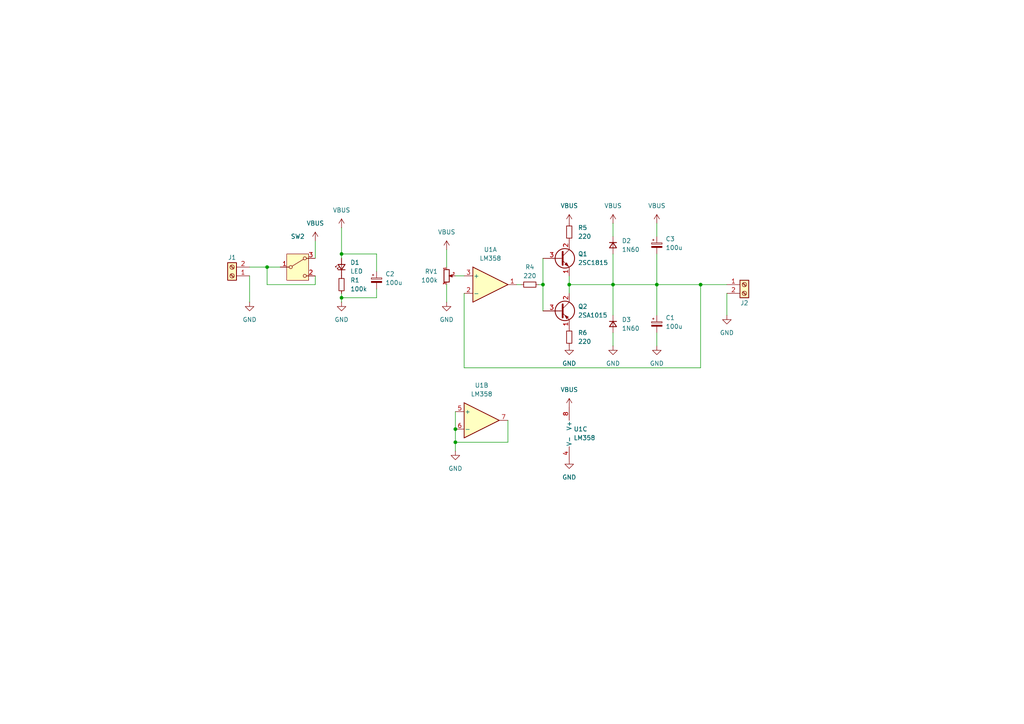
<source format=kicad_sch>
(kicad_sch (version 20250114) (generator "eeschema") (generator_version "9.0")
  (paper "A4")
  (lib_symbols
    (symbol "Amplifier_Operational:LM358" (pin_names (offset 0.127))
      (property "Reference" "U" (at 0 5.08 0))
      (property "Value" "LM358" (at 0 -5.08 0))
      (symbol "LM358_1_1"
        (polyline (pts (xy -5.08 5.08) (xy 5.08 0) (xy -5.08 -5.08) (xy -5.08 5.08)) (stroke (width 0.254)) (fill (type background)))
        (pin input line (at -7.62 2.54 0) (length 2.54) (name "+") (number "3"))
        (pin input line (at -7.62 -2.54 0) (length 2.54) (name "-") (number "2"))
        (pin output line (at 7.62 0 180) (length 2.54) (name "~") (number "1"))
      )
      (symbol "LM358_2_1"
        (polyline (pts (xy -5.08 5.08) (xy 5.08 0) (xy -5.08 -5.08) (xy -5.08 5.08)) (stroke (width 0.254)) (fill (type background)))
        (pin input line (at -7.62 2.54 0) (length 2.54) (name "+") (number "5"))
        (pin input line (at -7.62 -2.54 0) (length 2.54) (name "-") (number "6"))
        (pin output line (at 7.62 0 180) (length 2.54) (name "~") (number "7"))
      )
      (symbol "LM358_3_1"
        (pin power_in line (at -2.54 7.62 270) (length 3.81) (name "V+") (number "8"))
        (pin power_in line (at -2.54 -7.62 90) (length 3.81) (name "V-") (number "4"))
      )
    )
    (symbol "Connector:Screw_Terminal_01x02" (pin_names (offset 1.016) (hide yes))
      (property "Reference" "J" (at 0 2.54 0))
      (property "Value" "Screw_Terminal_01x02" (at 0 -5.08 0))
      (symbol "Screw_Terminal_01x02_1_1"
        (rectangle (start -1.27 1.27) (end 1.27 -3.81) (stroke (width 0.254)) (fill (type background)))
        (polyline (pts (xy -0.5334 0.3302) (xy 0.3302 -0.508)) (stroke (width 0.1524)))
        (polyline (pts (xy -0.5334 -2.2098) (xy 0.3302 -3.048)) (stroke (width 0.1524)))
        (polyline (pts (xy -0.3556 0.508) (xy 0.508 -0.3302)) (stroke (width 0.1524)))
        (polyline (pts (xy -0.3556 -2.032) (xy 0.508 -2.8702)) (stroke (width 0.1524)))
        (circle (center 0 0) (radius 0.635) (stroke (width 0.1524)))
        (circle (center 0 -2.54) (radius 0.635) (stroke (width 0.1524)))
        (pin passive line (at -5.08 0 0) (length 3.81) (name "Pin_1") (number "1"))
        (pin passive line (at -5.08 -2.54 0) (length 3.81) (name "Pin_2") (number "2"))
      )
    )
    (symbol "Device:C_Polarized_Small" (pin_numbers (hide yes)) (pin_names (offset 0.254) (hide yes))
      (property "Reference" "C" (at 0.254 1.778 0))
      (property "Value" "C_Polarized_Small" (at 0.254 -2.032 0))
      (symbol "C_Polarized_Small_0_1"
        (rectangle (start -1.524 0.6858) (end 1.524 0.3048))
        (rectangle (start -1.524 -0.3048) (end 1.524 -0.6858) (fill (type outline)))
        (polyline (pts (xy -1.27 1.524) (xy -0.762 1.524)))
        (polyline (pts (xy -1.016 1.27) (xy -1.016 1.778)))
      )
      (symbol "C_Polarized_Small_1_1"
        (pin passive line (at 0 2.54 270) (length 1.8542) (name "~") (number "1"))
        (pin passive line (at 0 -2.54 90) (length 1.8542) (name "~") (number "2"))
      )
    )
    (symbol "Device:D_Small" (pin_numbers (hide yes)) (pin_names (offset 0.254) (hide yes))
      (property "Reference" "D" (at -1.27 2.032 0))
      (property "Value" "D_Small" (at -3.81 -2.032 0))
      (symbol "D_Small_0_1"
        (polyline (pts (xy -0.762 0) (xy 0.762 0)))
        (polyline (pts (xy -0.762 -1.016) (xy -0.762 1.016)) (stroke (width 0.254)))
        (polyline (pts (xy 0.762 -1.016) (xy -0.762 0) (xy 0.762 1.016) (xy 0.762 -1.016)) (stroke (width 0.254)))
      )
      (symbol "D_Small_1_1"
        (pin passive line (at -2.54 0 0) (length 1.778) (name "K") (number "1"))
        (pin passive line (at 2.54 0 180) (length 1.778) (name "A") (number "2"))
      )
    )
    (symbol "Device:LED_Small" (pin_numbers (hide yes)) (pin_names (offset 0.254) (hide yes))
      (property "Reference" "D" (at -1.27 3.175 0))
      (property "Value" "LED_Small" (at -4.445 -2.54 0))
      (symbol "LED_Small_0_1"
        (polyline (pts (xy -0.762 -1.016) (xy -0.762 1.016)) (stroke (width 0.254)))
        (polyline (pts (xy 0 0.762) (xy -0.508 1.27) (xy -0.254 1.27) (xy -0.508 1.27) (xy -0.508 1.016)))
        (polyline (pts (xy 0.508 1.27) (xy 0 1.778) (xy 0.254 1.778) (xy 0 1.778) (xy 0 1.524)))
        (polyline (pts (xy 0.762 -1.016) (xy -0.762 0) (xy 0.762 1.016) (xy 0.762 -1.016)) (stroke (width 0.254)))
        (polyline (pts (xy 1.016 0) (xy -0.762 0)))
      )
      (symbol "LED_Small_1_1"
        (pin passive line (at -2.54 0 0) (length 1.778) (name "K") (number "1"))
        (pin passive line (at 2.54 0 180) (length 1.778) (name "A") (number "2"))
      )
    )
    (symbol "Device:R_Potentiometer_Small" (pin_names (offset 1.016) (hide yes))
      (property "Reference" "RV" (at -4.445 0 90))
      (property "Value" "R_Potentiometer_Small" (at -2.54 0 90))
      (symbol "R_Potentiometer_Small_0_1"
        (rectangle (start 0.762 1.8034) (end -0.762 -1.8034) (stroke (width 0.254)))
        (polyline (pts (xy 0.889 0) (xy 0.635 0) (xy 1.651 0.381) (xy 1.651 -0.381) (xy 0.635 0) (xy 0.889 0)) (fill (type outline)))
      )
      (symbol "R_Potentiometer_Small_1_1"
        (pin passive line (at 0 2.54 270) (length 0.635) (name "1") (number "1"))
        (pin passive line (at 0 -2.54 90) (length 0.635) (name "3") (number "3"))
        (pin passive line (at 2.54 0 180) (length 0.9906) (name "2") (number "2"))
      )
    )
    (symbol "Device:R_Small" (pin_numbers (hide yes)) (pin_names (offset 0.254) (hide yes))
      (property "Reference" "R" (at 0.762 0.508 0))
      (property "Value" "R_Small" (at 0.762 -1.016 0))
      (symbol "R_Small_0_1"
        (rectangle (start -0.762 1.778) (end 0.762 -1.778) (stroke (width 0.2032)))
      )
      (symbol "R_Small_1_1"
        (pin passive line (at 0 2.54 270) (length 0.762) (name "~") (number "1"))
        (pin passive line (at 0 -2.54 90) (length 0.762) (name "~") (number "2"))
      )
    )
    (symbol "Switch:SW_Wuerth_450301014042" (pin_names (offset 1) (hide yes))
      (property "Reference" "SW" (at 0 5.08 0))
      (property "Value" "SW_Wuerth_450301014042" (at 0 -5.08 0))
      (symbol "SW_Wuerth_450301014042_0_1"
        (circle (center -2.032 0) (radius 0.4572))
        (polyline (pts (xy -1.651 0.254) (xy 1.651 2.286)))
        (circle (center 2.032 2.54) (radius 0.4572))
        (circle (center 2.032 -2.54) (radius 0.4572))
      )
      (symbol "SW_Wuerth_450301014042_1_1"
        (rectangle (start -3.175 3.81) (end 3.175 -3.81) (fill (type background)))
        (pin passive line (at -5.08 0 0) (length 2.54) (name "B") (number "1"))
        (pin passive line (at 5.08 2.54 180) (length 2.54) (name "A") (number "3"))
        (pin passive line (at 5.08 -2.54 180) (length 2.54) (name "C") (number "2"))
      )
    )
    (symbol "Transistor_BJT:2SA1015" (pin_names (offset 0) (hide yes))
      (property "Reference" "Q" (at 5.08 1.905 0))
      (property "Value" "2SA1015" (at 5.08 0 0))
      (symbol "2SA1015_0_1"
        (polyline (pts (xy 0 0) (xy 0.635 0)))
        (polyline (pts (xy 0.635 1.905) (xy 0.635 -1.905) (xy 0.635 -1.905)) (stroke (width 0.508)) (fill (type outline)))
        (circle (center 1.27 0) (radius 2.8194) (stroke (width 0.254)))
        (polyline (pts (xy 1.778 -2.286) (xy 2.286 -1.778) (xy 1.27 -1.27) (xy 1.778 -2.286) (xy 1.778 -2.286)) (fill (type outline)))
        (polyline (pts (xy 2.54 2.54) (xy 0.635 0.635)))
        (polyline (pts (xy 2.54 -2.54) (xy 0.635 -0.635)))
      )
      (symbol "2SA1015_1_1"
        (pin input line (at -5.08 0 0) (length 5.08) (name "B") (number "3"))
        (pin passive line (at 2.54 5.08 270) (length 2.54) (name "C") (number "2"))
        (pin passive line (at 2.54 -5.08 90) (length 2.54) (name "E") (number "1"))
      )
    )
    (symbol "Transistor_BJT:2SC1815" (pin_names (offset 0) (hide yes))
      (property "Reference" "Q" (at 5.08 1.905 0))
      (property "Value" "2SC1815" (at 5.08 0 0))
      (symbol "2SC1815_0_1"
        (polyline (pts (xy 0 0) (xy 0.508 0)))
        (polyline (pts (xy 0.635 1.905) (xy 0.635 -1.905) (xy 0.635 -1.905)) (stroke (width 0.508)))
        (polyline (pts (xy 0.635 0.635) (xy 2.54 2.54)))
        (polyline (pts (xy 0.635 -0.635) (xy 2.54 -2.54) (xy 2.54 -2.54)))
        (circle (center 1.27 0) (radius 2.8194) (stroke (width 0.254)))
        (polyline (pts (xy 1.27 -1.778) (xy 1.778 -1.27) (xy 2.286 -2.286) (xy 1.27 -1.778) (xy 1.27 -1.778)) (fill (type outline)))
      )
      (symbol "2SC1815_1_1"
        (pin input line (at -5.08 0 0) (length 5.08) (name "B") (number "3"))
        (pin passive line (at 2.54 5.08 270) (length 2.54) (name "C") (number "2"))
        (pin passive line (at 2.54 -5.08 90) (length 2.54) (name "E") (number "1"))
      )
    )
    (symbol "power:GND" (power) (pin_numbers (hide yes)) (pin_names (offset 0) (hide yes))
      (property "Value" "GND" (at 0 -3.81 0))
      (symbol "GND_0_1"
        (polyline (pts (xy 0 0) (xy 0 -1.27) (xy 1.27 -1.27) (xy 0 -2.54) (xy -1.27 -1.27) (xy 0 -1.27)))
      )
      (symbol "GND_1_1"
        (pin power_in line (at 0 0 270) (length 0) (name "~") (number "1"))
      )
    )
    (symbol "power:VBUS" (power) (pin_numbers (hide yes)) (pin_names (offset 0) (hide yes))
      (property "Value" "VBUS" (at 0 3.556 0))
      (symbol "VBUS_0_1"
        (polyline (pts (xy -0.762 1.27) (xy 0 2.54)))
        (polyline (pts (xy 0 2.54) (xy 0.762 1.27)))
        (polyline (pts (xy 0 0) (xy 0 2.54)))
      )
      (symbol "VBUS_1_1"
        (pin power_in line (at 0 0 90) (length 0) (name "~") (number "1"))
      )
    )
  )
  (junction (at 99.06 73.66))
  (junction (at 177.8 82.55))
  (junction (at 157.48 82.55))
  (junction (at 190.5 82.55))
  (junction (at 165.1 82.55))
  (junction (at 203.2 82.55))
  (junction (at 132.08 128.27))
  (junction (at 99.06 86.36))
  (junction (at 132.08 124.46))
  (junction (at 77.47 77.47))
  (wire (pts (xy 91.44 69.85) (xy 91.44 74.93)))
  (wire (pts (xy 149.86 82.55) (xy 151.13 82.55)))
  (wire (pts (xy 210.82 91.44) (xy 210.82 85.09)))
  (wire (pts (xy 177.8 82.55) (xy 190.5 82.55)))
  (wire (pts (xy 91.44 82.55) (xy 91.44 80.01)))
  (wire (pts (xy 177.8 100.33) (xy 177.8 96.52)))
  (wire (pts (xy 157.48 82.55) (xy 157.48 90.17)))
  (wire (pts (xy 72.39 87.63) (xy 72.39 80.01)))
  (wire (pts (xy 203.2 106.68) (xy 134.62 106.68)))
  (wire (pts (xy 165.1 82.55) (xy 177.8 82.55)))
  (wire (pts (xy 99.06 66.04) (xy 99.06 73.66)))
  (wire (pts (xy 132.08 119.38) (xy 132.08 124.46)))
  (wire (pts (xy 203.2 82.55) (xy 210.82 82.55)))
  (wire (pts (xy 99.06 86.36) (xy 99.06 87.63)))
  (wire (pts (xy 132.08 128.27) (xy 132.08 130.81)))
  (wire (pts (xy 190.5 68.58) (xy 190.5 64.77)))
  (wire (pts (xy 177.8 82.55) (xy 177.8 73.66)))
  (wire (pts (xy 132.08 80.01) (xy 134.62 80.01)))
  (wire (pts (xy 177.8 91.44) (xy 177.8 82.55)))
  (wire (pts (xy 77.47 77.47) (xy 81.28 77.47)))
  (wire (pts (xy 157.48 74.93) (xy 157.48 82.55)))
  (wire (pts (xy 77.47 82.55) (xy 91.44 82.55)))
  (wire (pts (xy 134.62 106.68) (xy 134.62 85.09)))
  (wire (pts (xy 177.8 64.77) (xy 177.8 68.58)))
  (wire (pts (xy 203.2 82.55) (xy 203.2 106.68)))
  (wire (pts (xy 190.5 96.52) (xy 190.5 100.33)))
  (wire (pts (xy 203.2 82.55) (xy 190.5 82.55)))
  (wire (pts (xy 99.06 85.09) (xy 99.06 86.36)))
  (wire (pts (xy 165.1 80.01) (xy 165.1 82.55)))
  (wire (pts (xy 129.54 87.63) (xy 129.54 82.55)))
  (wire (pts (xy 99.06 73.66) (xy 109.22 73.66)))
  (wire (pts (xy 147.32 121.92) (xy 147.32 128.27)))
  (wire (pts (xy 165.1 82.55) (xy 165.1 85.09)))
  (wire (pts (xy 190.5 91.44) (xy 190.5 82.55)))
  (wire (pts (xy 109.22 86.36) (xy 99.06 86.36)))
  (wire (pts (xy 99.06 73.66) (xy 99.06 74.93)))
  (wire (pts (xy 190.5 82.55) (xy 190.5 73.66)))
  (wire (pts (xy 147.32 128.27) (xy 132.08 128.27)))
  (wire (pts (xy 77.47 82.55) (xy 77.47 77.47)))
  (wire (pts (xy 72.39 77.47) (xy 77.47 77.47)))
  (wire (pts (xy 109.22 73.66) (xy 109.22 78.74)))
  (wire (pts (xy 132.08 124.46) (xy 132.08 128.27)))
  (wire (pts (xy 129.54 77.47) (xy 129.54 72.39)))
  (wire (pts (xy 156.21 82.55) (xy 157.48 82.55)))
  (wire (pts (xy 109.22 83.82) (xy 109.22 86.36)))
  (symbol (lib_id "power:GND") (at 177.8 100.33 0) (unit 1)
    (property "Reference" "#PWR05" (effects (hide yes)))
    (property "Value" "GND" (at 177.8 105.41 0))
    (property "Description" "Power symbol creates a global label with name \"GND\" , ground" (effects (hide yes)))
  )
  (symbol (lib_id "power:VBUS") (at 129.54 72.39 0) (unit 1)
    (property "Reference" "#PWR013" (effects (hide yes)))
    (property "Value" "VBUS" (at 129.54 67.31 0))
    (property "Description" "Power symbol creates a global label with name \"VBUS\"" (effects (hide yes)))
  )
  (symbol (lib_id "power:GND") (at 165.1 100.33 0) (unit 1)
    (property "Reference" "#PWR04" (effects (hide yes)))
    (property "Value" "GND" (at 165.1 105.41 0))
    (property "Description" "Power symbol creates a global label with name \"GND\" , ground" (effects (hide yes)))
  )
  (symbol (lib_id "power:GND") (at 99.06 87.63 0) (unit 1)
    (property "Reference" "#PWR01" (effects (hide yes)))
    (property "Value" "GND" (at 99.06 92.71 0))
    (property "Description" "Power symbol creates a global label with name \"GND\" , ground" (effects (hide yes)))
  )
  (symbol (lib_id "Device:C_Polarized_Small") (at 109.22 81.28 0) (unit 1)
    (property "Reference" "C2" (at 111.76 79.4638 0) (effects (justify left)))
    (property "Value" "100u" (at 111.76 82.0038 0) (effects (justify left)))
    (property "Footprint" "Capacitor_THT:CP_Radial_D8.0mm_P3.50mm" (effects (hide yes)))
    (property "Description" "Polarized capacitor, small symbol" (effects (hide yes)))
  )
  (symbol (lib_id "Amplifier_Operational:LM358") (at 167.64 125.73 0) (unit 3)
    (property "Reference" "U1" (at 166.37 124.4599 0) (effects (justify left)))
    (property "Value" "LM358" (at 166.37 126.9999 0) (effects (justify left)))
    (property "Footprint" "Package_DIP:DIP-8_W7.62mm" (effects (hide yes)))
    (property "Datasheet" "http://www.ti.com/lit/ds/symlink/lm2904-n.pdf" (effects (hide yes)))
    (property "Description" "Low-Power, Dual Operational Amplifiers, DIP-8/SOIC-8/TO-99-8" (effects (hide yes)))
  )
  (symbol (lib_id "power:GND") (at 129.54 87.63 0) (unit 1)
    (property "Reference" "#PWR03" (effects (hide yes)))
    (property "Value" "GND" (at 129.54 92.71 0))
    (property "Description" "Power symbol creates a global label with name \"GND\" , ground" (effects (hide yes)))
  )
  (symbol (lib_id "Device:R_Small") (at 165.1 97.79 180) (unit 1)
    (property "Reference" "R6" (at 167.64 96.5199 0) (effects (justify right)))
    (property "Value" "220" (at 167.64 99.0599 0) (effects (justify right)))
    (property "Footprint" "Resistor_SMD:R_0603_1608Metric" (effects (hide yes)))
    (property "Description" "Resistor, small symbol" (effects (hide yes)))
  )
  (symbol (lib_id "power:GND") (at 132.08 130.81 0) (unit 1)
    (property "Reference" "#PWR07" (effects (hide yes)))
    (property "Value" "GND" (at 132.08 135.89 0))
    (property "Description" "Power symbol creates a global label with name \"GND\" , ground" (effects (hide yes)))
  )
  (symbol (lib_id "power:VBUS") (at 177.8 64.77 0) (unit 1)
    (property "Reference" "#PWR015" (effects (hide yes)))
    (property "Value" "VBUS" (at 177.8 59.69 0))
    (property "Description" "Power symbol creates a global label with name \"VBUS\"" (effects (hide yes)))
  )
  (symbol (lib_id "power:GND") (at 190.5 100.33 0) (unit 1)
    (property "Reference" "#PWR06" (effects (hide yes)))
    (property "Value" "GND" (at 190.5 105.41 0))
    (property "Description" "Power symbol creates a global label with name \"GND\" , ground" (effects (hide yes)))
  )
  (symbol (lib_id "power:VBUS") (at 99.06 66.04 0) (unit 1)
    (property "Reference" "#PWR02" (effects (hide yes)))
    (property "Value" "VBUS" (at 99.06 60.96 0))
    (property "Description" "Power symbol creates a global label with name \"VBUS\"" (effects (hide yes)))
  )
  (symbol (lib_id "power:VBUS") (at 165.1 64.77 0) (unit 1)
    (property "Reference" "#PWR014" (effects (hide yes)))
    (property "Value" "VBUS" (at 165.1 59.69 0))
    (property "Description" "Power symbol creates a global label with name \"VBUS\"" (effects (hide yes)))
  )
  (symbol (lib_id "Device:R_Small") (at 165.1 67.31 180) (unit 1)
    (property "Reference" "R5" (at 167.64 66.0399 0) (effects (justify right)))
    (property "Value" "220" (at 167.64 68.5799 0) (effects (justify right)))
    (property "Footprint" "Resistor_SMD:R_0603_1608Metric" (effects (hide yes)))
    (property "Description" "Resistor, small symbol" (effects (hide yes)))
  )
  (symbol (lib_id "power:GND") (at 165.1 133.35 0) (unit 1)
    (property "Reference" "#PWR08" (effects (hide yes)))
    (property "Value" "GND" (at 165.1 138.43 0))
    (property "Description" "Power symbol creates a global label with name \"GND\" , ground" (effects (hide yes)))
  )
  (symbol (lib_id "power:VBUS") (at 190.5 64.77 0) (unit 1)
    (property "Reference" "#PWR016" (effects (hide yes)))
    (property "Value" "VBUS" (at 190.5 59.69 0))
    (property "Description" "Power symbol creates a global label with name \"VBUS\"" (effects (hide yes)))
  )
  (symbol (lib_id "power:VBUS") (at 91.44 69.85 0) (unit 1)
    (property "Reference" "#PWR010" (effects (hide yes)))
    (property "Value" "VBUS" (at 91.44 64.77 0))
    (property "Description" "Power symbol creates a global label with name \"VBUS\"" (effects (hide yes)))
  )
  (symbol (lib_id "Device:D_Small") (at 177.8 93.98 270) (unit 1)
    (property "Reference" "D3" (at 180.34 92.7099 90) (effects (justify left)))
    (property "Value" "1N60" (at 180.34 95.2499 90) (effects (justify left)))
    (property "Footprint" "Diode_THT:D_T-1_P5.08mm_Horizontal" (effects (hide yes)))
    (property "Description" "Diode, small symbol" (effects (hide yes)))
    (property "Sim.Device" "D" (effects (hide yes)))
    (property "Sim.Pins" "1=K 2=A" (effects (hide yes)))
  )
  (symbol (lib_id "Transistor_BJT:2SC1815") (at 162.56 74.93 0) (unit 1)
    (property "Reference" "Q1" (at 167.64 73.6599 0) (effects (justify left)))
    (property "Value" "2SC1815" (at 167.64 76.1999 0) (effects (justify left)))
    (property "Footprint" "Package_TO_SOT_THT:TO-92_Inline" (effects (hide yes)))
    (property "Datasheet" "https://media.digikey.com/pdf/Data%20Sheets/Toshiba%20PDFs/2SC1815.pdf" (effects (hide yes)))
    (property "Description" "0.15A Ic, 50V Vce, Low Noise Audio NPN Transistor, TO-92" (effects (hide yes)))
  )
  (symbol (lib_id "Connector:Screw_Terminal_01x02") (at 67.31 80.01 180) (unit 1)
    (property "Reference" "J1" (at 67.31 74.676 0))
    (property "Value" "Screw_Terminal_01x02" (effects (hide yes)))
    (property "Footprint" "Connector_Samtec_HPM_THT:Samtec_HPM-02-05-x-S_Straight_1x02_Pitch5.08mm" (effects (hide yes)))
    (property "Description" "Generic screw terminal, single row, 01x02, script generated (kicad-library-utils/schlib/autogen/connector/)" (effects (hide yes)))
  )
  (symbol (lib_id "Device:LED_Small") (at 99.06 77.47 90) (unit 1)
    (property "Reference" "D1" (at 101.6 76.1364 90) (effects (justify right)))
    (property "Value" "LED" (at 101.6 78.6764 90) (effects (justify right)))
    (property "Footprint" "Diode_SMD:D_0603_1608Metric" (effects (hide yes)))
    (property "Description" "Light emitting diode, small symbol" (effects (hide yes)))
  )
  (symbol (lib_id "Connector:Screw_Terminal_01x02") (at 215.9 82.55 0) (unit 1)
    (property "Reference" "J2" (at 215.9 87.884 0))
    (property "Value" "Screw_Terminal_01x02" (effects (hide yes)))
    (property "Footprint" "Connector_Samtec_HPM_THT:Samtec_HPM-02-05-x-S_Straight_1x02_Pitch5.08mm" (effects (hide yes)))
    (property "Description" "Generic screw terminal, single row, 01x02, script generated (kicad-library-utils/schlib/autogen/connector/)" (effects (hide yes)))
  )
  (symbol (lib_id "Amplifier_Operational:LM358") (at 139.7 121.92 0) (unit 2)
    (property "Reference" "U1" (at 139.7 111.76 0))
    (property "Value" "LM358" (at 139.7 114.3 0))
    (property "Footprint" "Package_DIP:DIP-8_W7.62mm" (effects (hide yes)))
    (property "Datasheet" "http://www.ti.com/lit/ds/symlink/lm2904-n.pdf" (effects (hide yes)))
    (property "Description" "Low-Power, Dual Operational Amplifiers, DIP-8/SOIC-8/TO-99-8" (effects (hide yes)))
  )
  (symbol (lib_id "Amplifier_Operational:LM358") (at 142.24 82.55 0) (unit 1)
    (property "Reference" "U1" (at 142.24 72.39 0))
    (property "Value" "LM358" (at 142.24 74.93 0))
    (property "Footprint" "Package_DIP:DIP-8_W7.62mm" (effects (hide yes)))
    (property "Datasheet" "http://www.ti.com/lit/ds/symlink/lm2904-n.pdf" (effects (hide yes)))
    (property "Description" "Low-Power, Dual Operational Amplifiers, DIP-8/SOIC-8/TO-99-8" (effects (hide yes)))
  )
  (symbol (lib_id "Device:C_Polarized_Small") (at 190.5 71.12 0) (unit 1)
    (property "Reference" "C3" (at 193.04 69.3038 0) (effects (justify left)))
    (property "Value" "100u" (at 193.04 71.8438 0) (effects (justify left)))
    (property "Footprint" "Capacitor_THT:CP_Radial_D8.0mm_P3.50mm" (effects (hide yes)))
    (property "Description" "Polarized capacitor, small symbol" (effects (hide yes)))
  )
  (symbol (lib_id "Device:R_Potentiometer_Small") (at 129.54 80.01 0) (unit 1)
    (property "Reference" "RV1" (at 127 78.7399 0) (effects (justify right)))
    (property "Value" "100k" (at 127 81.2799 0) (effects (justify right)))
    (property "Footprint" "Connector_PinHeader_2.54mm:PinHeader_1x03_P2.54mm_Vertical" (effects (hide yes)))
    (property "Description" "Potentiometer" (effects (hide yes)))
  )
  (symbol (lib_id "Device:C_Polarized_Small") (at 190.5 93.98 0) (unit 1)
    (property "Reference" "C1" (at 193.04 92.1638 0) (effects (justify left)))
    (property "Value" "100u" (at 193.04 94.7038 0) (effects (justify left)))
    (property "Footprint" "Capacitor_THT:CP_Radial_D8.0mm_P3.50mm" (effects (hide yes)))
    (property "Description" "Polarized capacitor, small symbol" (effects (hide yes)))
  )
  (symbol (lib_id "Device:D_Small") (at 177.8 71.12 270) (unit 1)
    (property "Reference" "D2" (at 180.34 69.8499 90) (effects (justify left)))
    (property "Value" "1N60" (at 180.34 72.3899 90) (effects (justify left)))
    (property "Footprint" "Diode_THT:D_T-1_P5.08mm_Horizontal" (effects (hide yes)))
    (property "Description" "Diode, small symbol" (effects (hide yes)))
    (property "Sim.Device" "D" (effects (hide yes)))
    (property "Sim.Pins" "1=K 2=A" (effects (hide yes)))
  )
  (symbol (lib_id "power:VBUS") (at 165.1 118.11 0) (unit 1)
    (property "Reference" "#PWR09" (effects (hide yes)))
    (property "Value" "VBUS" (at 165.1 113.03 0))
    (property "Description" "Power symbol creates a global label with name \"VBUS\"" (effects (hide yes)))
  )
  (symbol (lib_id "Transistor_BJT:2SA1015") (at 162.56 90.17 0) (unit 1)
    (property "Reference" "Q2" (at 167.64 88.8999 0) (effects (justify left)))
    (property "Value" "2SA1015" (at 167.64 91.4399 0) (effects (justify left)))
    (property "Footprint" "Package_TO_SOT_THT:TO-92_Inline" (effects (hide yes)))
    (property "Datasheet" "http://www.datasheetcatalog.org/datasheet/toshiba/905.pdf" (effects (hide yes)))
    (property "Description" "-0.15A Ic, -50V Vce, Low Noise Audio PNP Transistor, TO-92" (effects (hide yes)))
  )
  (symbol (lib_id "power:GND") (at 210.82 91.44 0) (unit 1)
    (property "Reference" "#PWR012" (effects (hide yes)))
    (property "Value" "GND" (at 210.82 96.52 0))
    (property "Description" "Power symbol creates a global label with name \"GND\" , ground" (effects (hide yes)))
  )
  (symbol (lib_id "Switch:SW_Wuerth_450301014042") (at 86.36 77.47 0) (unit 1)
    (property "Reference" "SW2" (at 86.36 68.58 0))
    (property "Value" "SW_Wuerth_450301014042" (effects (hide yes)))
    (property "Footprint" "Button_Switch_THT:SW_Slide-03_Wuerth-WS-SLTV_10x2.5x6.4_P2.54mm" (effects (hide yes)))
    (property "Datasheet" "https://www.we-online.com/components/products/datasheet/450301014042.pdf" (effects (hide yes)))
    (property "Description" "Switch slide, single pole double throw" (effects (hide yes)))
  )
  (symbol (lib_id "Device:R_Small") (at 99.06 82.55 0) (unit 1)
    (property "Reference" "R1" (at 101.6 81.2799 0) (effects (justify left)))
    (property "Value" "100k" (at 101.6 83.8199 0) (effects (justify left)))
    (property "Footprint" "Resistor_SMD:R_0603_1608Metric" (effects (hide yes)))
    (property "Description" "Resistor, small symbol" (effects (hide yes)))
  )
  (symbol (lib_id "Device:R_Small") (at 153.67 82.55 90) (unit 1)
    (property "Reference" "R4" (at 153.67 77.47 90))
    (property "Value" "220" (at 153.67 80.01 90))
    (property "Footprint" "Resistor_SMD:R_0603_1608Metric" (effects (hide yes)))
    (property "Description" "Resistor, small symbol" (effects (hide yes)))
  )
  (symbol (lib_id "power:GND") (at 72.39 87.63 0) (unit 1)
    (property "Reference" "#PWR011" (effects (hide yes)))
    (property "Value" "GND" (at 72.39 92.71 0))
    (property "Description" "Power symbol creates a global label with name \"GND\" , ground" (effects (hide yes)))
  )
)
</source>
